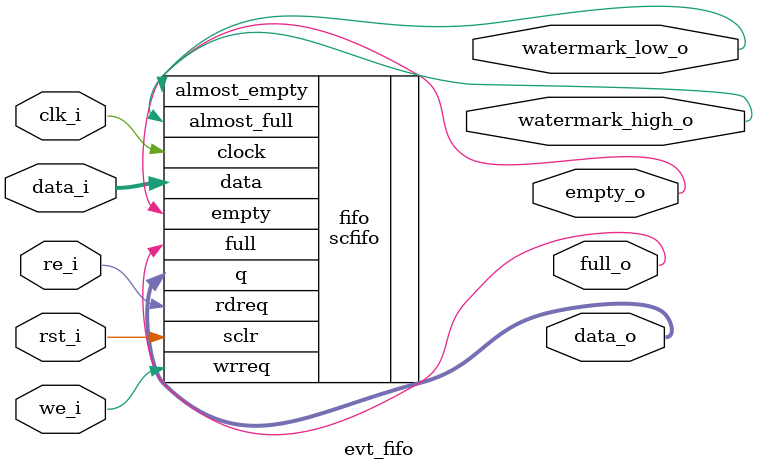
<source format=v>
module evt_fifo #(
  parameter N   =16384,
  parameter HIGH=N-1024,
  parameter LOW =N/2
)(
  input         clk_i           ,
  input         rst_i           ,
  input  [32:0] data_i          ,
  output [32:0] data_o          ,
  input         re_i            ,
  input         we_i            ,
  output        watermark_high_o,
  output        watermark_low_o ,
  output        empty_o         ,
  output        full_o
);
scfifo #(
  .lpm_numwords           (N             ),
  .almost_full_value      (HIGH          ),
  .almost_empty_value     (LOW           ),
  .add_ram_output_register("OFF"         ),
  .intended_device_family ("Cyclone IV E"),
  .lpm_showahead          ("OFF"         ),
  .lpm_type               ("scfifo"      ),
  .lpm_width              (33            ),
  .overflow_checking      ("OFF"         ),
  .underflow_checking     ("OFF"         ),
  .use_eab                ("ON"          )
)fifo(
  .clock       (clk_i           ),
  .sclr        (rst_i           ),
  .data        (data_i          ),
  .q           (data_o          ),
  .wrreq       (we_i            ),
  .rdreq       (re_i            ),
  .almost_empty(watermark_low_o ),
  .almost_full (watermark_high_o),
  .empty       (empty_o         ),
  .full        (full_o          )
);

endmodule

</source>
